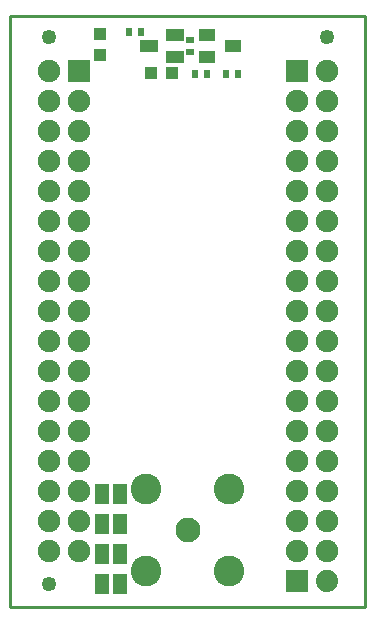
<source format=gbr>
G04 #@! TF.FileFunction,Soldermask,Bot*
%FSLAX46Y46*%
G04 Gerber Fmt 4.6, Leading zero omitted, Abs format (unit mm)*
G04 Created by KiCad (PCBNEW 4.0.1-3.201512221401+6198~38~ubuntu15.10.1-stable) date Thu 31 Mar 2016 03:59:41 PM EEST*
%MOMM*%
G01*
G04 APERTURE LIST*
%ADD10C,0.100000*%
%ADD11C,0.254000*%
%ADD12R,1.851600X1.851600*%
%ADD13C,1.901600*%
%ADD14R,1.117600X1.117600*%
%ADD15R,0.601600X0.651600*%
%ADD16R,0.651600X0.601600*%
%ADD17R,1.400000X1.000000*%
%ADD18R,1.270000X1.701800*%
%ADD19C,2.601600*%
%ADD20C,2.101600*%
%ADD21R,1.879600X1.879600*%
%ADD22C,1.879600*%
%ADD23C,1.254000*%
%ADD24R,1.501600X1.101600*%
G04 APERTURE END LIST*
D10*
D11*
X125000000Y-120000000D02*
X125000000Y-70000000D01*
X155000000Y-120000000D02*
X125000000Y-120000000D01*
X155000000Y-70000000D02*
X155000000Y-120000000D01*
X125000000Y-70000000D02*
X155000000Y-70000000D01*
D12*
X149225000Y-74676000D03*
D13*
X151765000Y-74676000D03*
X149225000Y-77216000D03*
X151765000Y-77216000D03*
X149225000Y-79756000D03*
X151765000Y-79756000D03*
X149225000Y-82296000D03*
X151765000Y-82296000D03*
X149225000Y-84836000D03*
X151765000Y-84836000D03*
X151765000Y-87376000D03*
X149225000Y-87376000D03*
X151765000Y-89916000D03*
X149225000Y-89916000D03*
X151765000Y-92456000D03*
X149225000Y-92456000D03*
X151765000Y-94996000D03*
X149225000Y-94996000D03*
X151765000Y-97536000D03*
X149225000Y-97536000D03*
X151765000Y-105156000D03*
X149225000Y-105156000D03*
X151765000Y-115316000D03*
X149225000Y-112776000D03*
X151765000Y-112776000D03*
X149225000Y-115316000D03*
X149225000Y-110236000D03*
X151765000Y-107696000D03*
X151765000Y-110236000D03*
X149225000Y-107696000D03*
X151765000Y-100076000D03*
X151765000Y-102616000D03*
X149225000Y-102616000D03*
X149225000Y-100076000D03*
D14*
X136906000Y-74803000D03*
X138684000Y-74803000D03*
D15*
X136017000Y-71374000D03*
X135001000Y-71374000D03*
D16*
X140208000Y-72009000D03*
X140208000Y-73025000D03*
D15*
X140589000Y-74930000D03*
X141605000Y-74930000D03*
X143256000Y-74930000D03*
X144272000Y-74930000D03*
D17*
X141648000Y-73467000D03*
X141648000Y-71567000D03*
X143848000Y-72517000D03*
D18*
X134239000Y-113030000D03*
X134239000Y-113030000D03*
X132715000Y-113030000D03*
X134239000Y-115570000D03*
X134239000Y-115570000D03*
X132715000Y-115570000D03*
X134239000Y-118110000D03*
X134239000Y-118110000D03*
X132715000Y-118110000D03*
X134239000Y-110490000D03*
X134239000Y-110490000D03*
X132715000Y-110490000D03*
D19*
X136500000Y-117000000D03*
X136500000Y-110000000D03*
X143500000Y-110000000D03*
D20*
X140000000Y-113500000D03*
D19*
X143500000Y-117000000D03*
D21*
X149225000Y-117856000D03*
D22*
X151765000Y-117856000D03*
D23*
X128270000Y-71755000D03*
X151765000Y-71755000D03*
X128270000Y-118110000D03*
D12*
X130810000Y-74676000D03*
D13*
X128270000Y-74676000D03*
X130810000Y-77216000D03*
X128270000Y-77216000D03*
X130810000Y-79756000D03*
X128270000Y-79756000D03*
X130810000Y-82296000D03*
X128270000Y-82296000D03*
X130810000Y-84836000D03*
X128270000Y-84836000D03*
X128270000Y-87376000D03*
X130810000Y-87376000D03*
X128270000Y-89916000D03*
X130810000Y-89916000D03*
X128270000Y-92456000D03*
X130810000Y-92456000D03*
X128270000Y-94996000D03*
X130810000Y-94996000D03*
X128270000Y-97536000D03*
X130810000Y-97536000D03*
X128270000Y-105156000D03*
X130810000Y-105156000D03*
X128270000Y-115316000D03*
X130810000Y-112776000D03*
X128270000Y-112776000D03*
X130810000Y-115316000D03*
X130810000Y-110236000D03*
X128270000Y-107696000D03*
X128270000Y-110236000D03*
X130810000Y-107696000D03*
X128270000Y-100076000D03*
X128270000Y-102616000D03*
X130810000Y-102616000D03*
X130810000Y-100076000D03*
D24*
X136692640Y-72514460D03*
X138902440Y-73469500D03*
X138902440Y-71567040D03*
D14*
X132588000Y-71501000D03*
X132588000Y-73279000D03*
M02*

</source>
